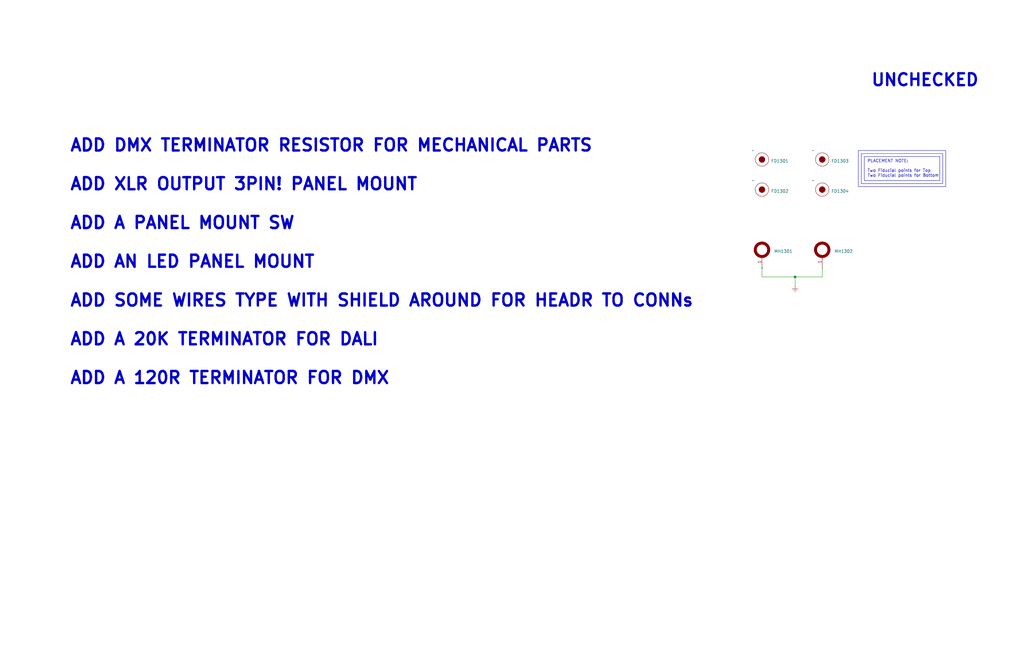
<source format=kicad_sch>
(kicad_sch (version 20230121) (generator eeschema)
  (paper "B")
  (title_block (title "SparkleSplashy") (date "2023-04-25") (company "Siavash Taher Parvar") (comment 1 "Siavash Taher Parvar") (comment 2 "Siavash Taher Parvar") (comment 3 "Siavash Taher Parvar") (comment 4 "_BOM_SpSp_V1.xlsx") (comment 5 "_ASM_SpSp_V1.html") (comment 6 "_GERBER_JLCPCB042023.zip") (comment 8 "No Variant") (comment 9 "N/A"))
  (lib_symbols
    (symbol "_SCHLIB_SparkleSplashy:MECH_FD"
      (property "Reference" "FD" (at 2.54 2.54 0))
      (symbol "MECH_FD_0_1"
        (circle (center 3.81 -3.81) (radius 1.27) (fill (type outline)))
        (circle (center 3.81 -3.81) (radius 2.8398))
      )
    )
    (symbol "_SCHLIB_SparkleSplashy:MECH_MH"
      (property "Reference" "MH" (at 3.81 8.89 0))
      (symbol "MECH_MH_0_1"
        (circle (center 7.62 0) (radius 2.8398) (stroke (width 1.27)))
      )
      (symbol "MECH_MH_1_1"
        (pin input line (at 0 0 0) (length 5.08) (name "") (number "1"))
      )
    )
    (symbol "power:Earth" (power) (pin_names (offset 0))
      (symbol "Earth_0_1"
        (polyline (pts (xy -0.635 -1.905) (xy 0.635 -1.905)))
        (polyline (pts (xy -0.127 -2.54) (xy 0.127 -2.54)))
        (polyline (pts (xy 0 -1.27) (xy 0 0)))
        (polyline (pts (xy 1.27 -1.27) (xy -1.27 -1.27)))
      )
      (symbol "Earth_1_1"
        (pin power_in line (at 0 0 270) (length 0) hide (name "Earth") (number "1"))
      )
    )
  )
  (junction (at 335.28 116.84))
  (wire (pts (xy 335.28 116.84) (xy 321.31 116.84)))
  (wire (pts (xy 346.71 116.84) (xy 335.28 116.84)))
  (wire (pts (xy 321.31 113.03) (xy 321.31 116.84)))
  (wire (pts (xy 346.71 113.03) (xy 346.71 116.84)))
  (wire (pts (xy 335.28 116.84) (xy 335.28 120.65)))
  (rectangle (start 364.49 66.04) (end 396.24 76.2))
  (rectangle (start 363.22 64.77) (end 397.51 77.47))
  (rectangle (start 361.95 63.5) (end 398.78 78.74))
  (text "ADD DMX TERMINATOR RESISTOR FOR MECHANICAL PARTS\n\nADD XLR OUTPUT 3PIN! PANEL MOUNT\n\nADD A PANEL MOUNT SW\n\nADD AN LED PANEL MOUNT\n\nADD SOME WIRES TYPE WITH SHIELD AROUND FOR HEADR TO CONNs\n\nADD A 20K TERMINATOR FOR DALI\n\nADD A 120R TERMINATOR FOR DMX" (at 29.21 162.56 0) (effects (font (size 5.08 5.08) bold) (justify left bottom)))
  (text "PLACEMENT NOTE:\n\nTwo Fiducial points for Top\nTwo Fiducial points for Bottom" (at 365.76 74.93 0) (effects (font (size 1.27 1.27)) (justify left bottom)))
  (text "UNCHECKED" (at 367.03 36.83 0) (effects (font (size 5 5) bold) (justify left bottom)))
  (symbol (lib_id "_SCHLIB_SparkleSplashy:MECH_FD") (at 342.9 76.2 0) (unit 1)
    (property "Reference" "FD1304" (at 350.52 80.645 0) (effects (justify left)))
    (property "Value" "~" (at 342.9 76.2 0))
    (property "Footprint" "Fiducial:Fiducial_0.5mm_Mask1mm" (effects hide))
  )
  (symbol (lib_id "_SCHLIB_SparkleSplashy:MECH_FD") (at 342.9 63.5 0) (unit 1)
    (property "Reference" "FD1303" (at 350.52 67.945 0) (effects (justify left)))
    (property "Value" "~" (at 342.9 63.5 0))
    (property "Footprint" "Fiducial:Fiducial_0.5mm_Mask1mm" (effects hide))
  )
  (symbol (lib_id "power:Earth") (at 335.28 120.65 0) (unit 1)
    (property "Reference" "#PWR01301" (effects hide))
    (property "Value" "Earth" (effects hide))
  )
  (symbol (lib_id "_SCHLIB_SparkleSplashy:MECH_FD") (at 317.5 63.5 0) (unit 1)
    (property "Reference" "FD1301" (at 325.12 67.945 0) (effects (justify left)))
    (property "Value" "~" (at 317.5 63.5 0))
    (property "Footprint" "Fiducial:Fiducial_0.5mm_Mask1mm" (effects hide))
  )
  (symbol (lib_id "_SCHLIB_SparkleSplashy:MECH_FD") (at 317.5 76.2 0) (unit 1)
    (property "Reference" "FD1302" (at 325.12 80.645 0) (effects (justify left)))
    (property "Value" "~" (at 317.5 76.2 0))
    (property "Footprint" "Fiducial:Fiducial_0.5mm_Mask1mm" (effects hide))
  )
  (symbol (lib_id "_SCHLIB_SparkleSplashy:MECH_MH") (at 321.31 113.03 90) (unit 1)
    (property "Reference" "MH1301" (at 326.39 106.045 90) (effects (justify right)))
    (property "Value" "~" (at 321.31 113.03 0))
    (property "Footprint" "MountingHole:MountingHole_2.2mm_M2_DIN965_Pad_TopBottom" (effects hide))
  )
  (symbol (lib_id "_SCHLIB_SparkleSplashy:MECH_MH") (at 346.71 113.03 90) (unit 1)
    (property "Reference" "MH1302" (at 351.79 106.045 90) (effects (justify right)))
    (property "Value" "~" (at 346.71 113.03 0))
    (property "Footprint" "MountingHole:MountingHole_2.2mm_M2_DIN965_Pad_TopBottom" (effects hide))
  )
)
</source>
